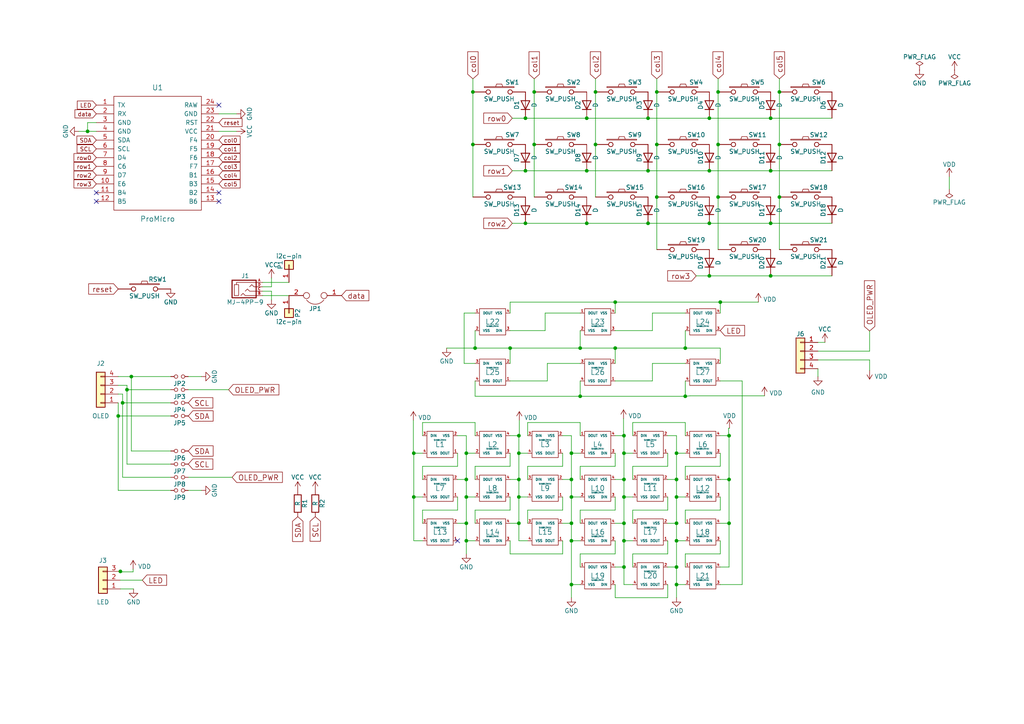
<source format=kicad_sch>
(kicad_sch (version 20211123) (generator eeschema)
  (paper "A4")
  (title_block (title "Corne Chocolate") (date "2018-11-16") (rev "2.0") (company "foostan"))
  (junction (at 172.72 41.91))
  (junction (at 170.18 49.53))
  (junction (at 180.975 139.065))
  (junction (at 211.455 126.365))
  (junction (at 150.495 131.445))
  (junction (at 165.735 169.545))
  (junction (at 190.5 26.67))
  (junction (at 152.4 49.53))
  (junction (at 198.755 100.965))
  (junction (at 208.915 87.63))
  (junction (at 187.96 64.77))
  (junction (at 223.52 34.29))
  (junction (at 135.255 131.445))
  (junction (at 178.435 87.63))
  (junction (at 180.975 144.145))
  (junction (at 135.255 151.765))
  (junction (at 170.18 64.77))
  (junction (at 226.06 57.15))
  (junction (at 208.28 41.91))
  (junction (at 165.735 156.845))
  (junction (at 198.755 114.935))
  (junction (at 135.255 144.145))
  (junction (at 25.4 38.1))
  (junction (at 165.735 144.145))
  (junction (at 35.56 116.84))
  (junction (at 137.795 100.965))
  (junction (at 187.96 34.29))
  (junction (at 208.28 26.67))
  (junction (at 120.015 131.445))
  (junction (at 147.955 100.965))
  (junction (at 135.255 156.845))
  (junction (at 196.215 151.765))
  (junction (at 205.74 80.01))
  (junction (at 208.28 57.15))
  (junction (at 180.975 126.365))
  (junction (at 150.495 151.765))
  (junction (at 180.975 164.465))
  (junction (at 205.74 49.53))
  (junction (at 226.06 26.67))
  (junction (at 196.215 169.545))
  (junction (at 223.52 80.01))
  (junction (at 34.925 165.735))
  (junction (at 152.4 64.77))
  (junction (at 178.435 100.965))
  (junction (at 137.16 41.91))
  (junction (at 135.255 139.065))
  (junction (at 152.4 34.29))
  (junction (at 196.215 144.145))
  (junction (at 165.735 131.445))
  (junction (at 187.96 49.53))
  (junction (at 205.74 64.77))
  (junction (at 205.74 34.29))
  (junction (at 168.275 114.935))
  (junction (at 154.94 41.91))
  (junction (at 196.215 164.465))
  (junction (at 38.1 109.22))
  (junction (at 211.455 139.065))
  (junction (at 226.06 41.91))
  (junction (at 137.16 26.67))
  (junction (at 165.735 151.765))
  (junction (at 196.215 139.065))
  (junction (at 168.275 100.965))
  (junction (at 34.29 120.65))
  (junction (at 154.94 26.67))
  (junction (at 170.18 34.29))
  (junction (at 223.52 64.77))
  (junction (at 150.495 144.145))
  (junction (at 196.215 156.845))
  (junction (at 150.495 126.365))
  (junction (at 150.495 139.065))
  (junction (at 190.5 57.15))
  (junction (at 120.015 144.145))
  (junction (at 180.975 151.765))
  (junction (at 196.215 131.445))
  (junction (at 223.52 49.53))
  (junction (at 36.83 113.03))
  (junction (at 180.975 156.845))
  (junction (at 211.455 151.765))
  (junction (at 190.5 41.91))
  (junction (at 165.735 139.065))
  (junction (at 180.975 131.445))
  (junction (at 172.72 26.67))
  (no_connect (at 63.5 55.88))
  (no_connect (at 27.94 55.88))
  (no_connect (at 63.5 30.48))
  (no_connect (at 63.5 58.42))
  (no_connect (at 132.715 156.845))
  (no_connect (at 27.94 58.42))
  (wire (pts (xy 193.675 151.765) (xy 196.215 151.765)))
  (wire (pts (xy 178.435 139.065) (xy 180.975 139.065)))
  (wire (pts (xy 152.4 64.77) (xy 170.18 64.77)))
  (wire (pts (xy 165.735 139.065) (xy 165.735 144.145)))
  (wire (pts (xy 226.06 26.67) (xy 226.06 41.91)))
  (wire (pts (xy 150.495 144.145) (xy 150.495 151.765)))
  (wire (pts (xy 198.755 160.655) (xy 208.915 160.655)))
  (wire (pts (xy 211.328 124.206) (xy 211.582 124.206)))
  (wire (pts (xy 211.455 151.765) (xy 211.455 164.465)))
  (wire (pts (xy 189.23 105.41) (xy 198.755 105.41)))
  (wire (pts (xy 211.328 125.476) (xy 211.328 124.206)))
  (wire (pts (xy 120.015 156.845) (xy 122.555 156.845)))
  (wire (pts (xy 208.915 90.805) (xy 208.915 87.63)))
  (wire (pts (xy 38.1 109.22) (xy 38.1 130.81)))
  (wire (pts (xy 226.06 41.91) (xy 226.06 57.15)))
  (wire (pts (xy 168.275 122.555) (xy 153.035 122.555)))
  (wire (pts (xy 187.96 64.77) (xy 205.74 64.77)))
  (wire (pts (xy 54.61 109.22) (xy 58.42 109.22)))
  (wire (pts (xy 163.195 156.845) (xy 163.195 160.655)))
  (wire (pts (xy 34.29 109.22) (xy 38.1 109.22)))
  (wire (pts (xy 49.53 116.84) (xy 35.56 116.84)))
  (wire (pts (xy 152.4 34.29) (xy 170.18 34.29)))
  (wire (pts (xy 170.18 34.29) (xy 187.96 34.29)))
  (wire (pts (xy 163.195 151.765) (xy 165.735 151.765)))
  (wire (pts (xy 208.915 126.365) (xy 211.455 126.365)))
  (wire (pts (xy 170.18 64.77) (xy 187.96 64.77)))
  (wire (pts (xy 27.94 35.56) (xy 25.4 35.56)))
  (wire (pts (xy 135.255 144.145) (xy 135.255 151.765)))
  (wire (pts (xy 153.035 144.145) (xy 150.495 144.145)))
  (wire (pts (xy 147.955 110.49) (xy 158.75 110.49)))
  (wire (pts (xy 180.975 139.065) (xy 180.975 144.145)))
  (wire (pts (xy 190.5 26.67) (xy 190.5 41.91)))
  (wire (pts (xy 135.255 126.365) (xy 135.255 131.445)))
  (wire (pts (xy 163.195 147.955) (xy 163.195 144.145)))
  (wire (pts (xy 137.16 41.91) (xy 137.16 57.15)))
  (wire (pts (xy 180.975 169.545) (xy 183.515 169.545)))
  (wire (pts (xy 178.435 100.965) (xy 198.755 100.965)))
  (wire (pts (xy 63.5 33.02) (xy 68.58 33.02)))
  (wire (pts (xy 137.795 131.445) (xy 135.255 131.445)))
  (wire (pts (xy 196.215 164.465) (xy 196.215 169.545)))
  (wire (pts (xy 193.675 169.545) (xy 193.675 173.355)))
  (wire (pts (xy 183.515 160.655) (xy 193.675 160.655)))
  (wire (pts (xy 168.275 135.255) (xy 178.435 135.255)))
  (wire (pts (xy 211.455 126.365) (xy 211.455 139.065)))
  (wire (pts (xy 168.275 160.655) (xy 178.435 160.655)))
  (wire (pts (xy 170.18 49.53) (xy 187.96 49.53)))
  (wire (pts (xy 35.56 138.43) (xy 49.53 138.43)))
  (wire (pts (xy 183.515 139.065) (xy 183.515 135.255)))
  (wire (pts (xy 215.265 110.49) (xy 215.265 169.545)))
  (wire (pts (xy 76.2 83.185) (xy 78.74 83.185)))
  (wire (pts (xy 153.035 151.765) (xy 153.035 147.955)))
  (wire (pts (xy 180.975 156.845) (xy 183.515 156.845)))
  (wire (pts (xy 180.975 131.445) (xy 183.515 131.445)))
  (wire (pts (xy 147.955 105.41) (xy 147.955 100.965)))
  (wire (pts (xy 137.795 147.955) (xy 147.955 147.955)))
  (wire (pts (xy 137.795 90.805) (xy 134.62 90.805)))
  (wire (pts (xy 34.925 168.275) (xy 41.275 168.275)))
  (wire (pts (xy 208.28 26.67) (xy 208.28 41.91)))
  (wire (pts (xy 49.53 113.03) (xy 36.83 113.03)))
  (wire (pts (xy 137.795 110.49) (xy 137.795 114.935)))
  (wire (pts (xy 168.275 139.065) (xy 168.275 135.255)))
  (wire (pts (xy 168.275 126.365) (xy 168.275 122.555)))
  (wire (pts (xy 119.888 130.81) (xy 120.015 131.445)))
  (wire (pts (xy 211.455 164.465) (xy 208.915 164.465)))
  (wire (pts (xy 132.715 151.765) (xy 135.255 151.765)))
  (wire (pts (xy 208.915 87.63) (xy 219.964 87.63)))
  (wire (pts (xy 208.915 139.065) (xy 211.455 139.065)))
  (wire (pts (xy 49.53 120.65) (xy 34.29 120.65)))
  (wire (pts (xy 168.275 90.805) (xy 158.115 90.805)))
  (wire (pts (xy 137.16 26.67) (xy 137.16 41.91)))
  (wire (pts (xy 189.23 95.885) (xy 178.435 95.885)))
  (wire (pts (xy 223.52 49.53) (xy 241.3 49.53)))
  (wire (pts (xy 168.275 95.885) (xy 168.275 100.965)))
  (wire (pts (xy 193.675 139.065) (xy 196.215 139.065)))
  (wire (pts (xy 178.435 160.655) (xy 178.435 156.845)))
  (wire (pts (xy 193.675 147.955) (xy 193.675 144.145)))
  (wire (pts (xy 223.52 80.01) (xy 241.3 80.01)))
  (wire (pts (xy 183.515 164.465) (xy 183.515 160.655)))
  (wire (pts (xy 193.675 135.255) (xy 193.675 131.445)))
  (wire (pts (xy 168.275 151.765) (xy 168.275 147.955)))
  (wire (pts (xy 237.236 99.314) (xy 239.268 99.314)))
  (wire (pts (xy 165.735 151.765) (xy 165.735 156.845)))
  (wire (pts (xy 147.955 139.065) (xy 150.495 139.065)))
  (wire (pts (xy 154.94 22.86) (xy 154.94 26.67)))
  (wire (pts (xy 198.755 147.955) (xy 208.915 147.955)))
  (wire (pts (xy 153.035 147.955) (xy 163.195 147.955)))
  (wire (pts (xy 178.435 147.955) (xy 178.435 144.145)))
  (wire (pts (xy 168.275 156.845) (xy 165.735 156.845)))
  (wire (pts (xy 147.955 135.255) (xy 147.955 131.445)))
  (wire (pts (xy 208.28 22.86) (xy 208.28 26.67)))
  (wire (pts (xy 132.715 147.955) (xy 132.715 144.145)))
  (wire (pts (xy 137.795 144.145) (xy 135.255 144.145)))
  (wire (pts (xy 205.74 34.29) (xy 223.52 34.29)))
  (wire (pts (xy 205.74 64.77) (xy 223.52 64.77)))
  (wire (pts (xy 163.195 139.065) (xy 165.735 139.065)))
  (wire (pts (xy 168.275 131.445) (xy 165.735 131.445)))
  (wire (pts (xy 36.83 111.76) (xy 36.83 113.03)))
  (wire (pts (xy 201.93 80.01) (xy 205.74 80.01)))
  (wire (pts (xy 180.975 144.145) (xy 183.515 144.145)))
  (wire (pts (xy 122.555 122.555) (xy 122.555 126.365)))
  (wire (pts (xy 198.755 156.845) (xy 196.215 156.845)))
  (wire (pts (xy 178.435 151.765) (xy 180.975 151.765)))
  (wire (pts (xy 54.61 142.24) (xy 58.42 142.24)))
  (wire (pts (xy 148.59 34.29) (xy 152.4 34.29)))
  (wire (pts (xy 211.328 125.476) (xy 211.455 126.365)))
  (wire (pts (xy 193.675 173.355) (xy 178.435 173.355)))
  (wire (pts (xy 150.495 131.445) (xy 150.495 139.065)))
  (wire (pts (xy 34.925 170.815) (xy 38.735 170.815)))
  (wire (pts (xy 78.74 84.455) (xy 78.74 86.995)))
  (wire (pts (xy 122.555 151.765) (xy 122.555 147.955)))
  (wire (pts (xy 132.715 126.365) (xy 135.255 126.365)))
  (wire (pts (xy 158.115 90.805) (xy 158.115 95.885)))
  (wire (pts (xy 198.755 151.765) (xy 198.755 147.955)))
  (wire (pts (xy 165.735 156.845) (xy 165.735 169.545)))
  (wire (pts (xy 178.435 126.365) (xy 180.975 126.365)))
  (wire (pts (xy 172.72 41.91) (xy 172.72 57.15)))
  (wire (pts (xy 163.195 160.655) (xy 147.955 160.655)))
  (wire (pts (xy 180.848 121.412) (xy 180.848 125.222)))
  (wire (pts (xy 178.435 110.49) (xy 189.23 110.49)))
  (wire (pts (xy 198.755 90.805) (xy 189.23 90.805)))
  (wire (pts (xy 193.675 160.655) (xy 193.675 156.845)))
  (wire (pts (xy 168.275 169.545) (xy 165.735 169.545)))
  (wire (pts (xy 205.74 80.01) (xy 223.52 80.01)))
  (wire (pts (xy 165.735 169.545) (xy 165.735 173.355)))
  (wire (pts (xy 122.555 131.445) (xy 120.015 131.445)))
  (wire (pts (xy 147.955 90.805) (xy 147.955 87.63)))
  (wire (pts (xy 226.06 22.86) (xy 226.06 26.67)))
  (wire (pts (xy 36.83 134.62) (xy 49.53 134.62)))
  (wire (pts (xy 76.2 84.455) (xy 78.74 84.455)))
  (wire (pts (xy 208.915 100.965) (xy 208.915 105.41)))
  (wire (pts (xy 34.798 165.862) (xy 34.925 165.735)))
  (wire (pts (xy 193.675 126.365) (xy 196.215 126.365)))
  (wire (pts (xy 198.755 144.145) (xy 196.215 144.145)))
  (wire (pts (xy 211.455 139.065) (xy 211.455 151.765)))
  (wire (pts (xy 208.915 110.49) (xy 215.265 110.49)))
  (wire (pts (xy 63.5 38.1) (xy 68.58 38.1)))
  (wire (pts (xy 183.515 151.765) (xy 183.515 147.955)))
  (wire (pts (xy 190.5 41.91) (xy 190.5 57.15)))
  (wire (pts (xy 165.735 144.145) (xy 165.735 151.765)))
  (wire (pts (xy 198.755 110.49) (xy 198.755 114.935)))
  (wire (pts (xy 190.5 22.86) (xy 190.5 26.67)))
  (wire (pts (xy 34.29 120.65) (xy 34.29 142.24)))
  (wire (pts (xy 122.555 139.065) (xy 122.555 135.255)))
  (wire (pts (xy 147.955 87.63) (xy 178.435 87.63)))
  (wire (pts (xy 198.755 100.965) (xy 208.915 100.965)))
  (wire (pts (xy 165.735 126.365) (xy 165.735 131.445)))
  (wire (pts (xy 135.255 131.445) (xy 135.255 139.065)))
  (wire (pts (xy 163.195 126.365) (xy 165.735 126.365)))
  (wire (pts (xy 137.795 114.935) (xy 168.275 114.935)))
  (wire (pts (xy 38.608 165.862) (xy 38.608 165.1)))
  (wire (pts (xy 172.72 22.86) (xy 172.72 26.67)))
  (wire (pts (xy 252.222 104.394) (xy 252.222 107.442)))
  (wire (pts (xy 147.955 126.365) (xy 150.495 126.365)))
  (wire (pts (xy 187.96 49.53) (xy 205.74 49.53)))
  (wire (pts (xy 208.915 135.255) (xy 208.915 131.445)))
  (wire (pts (xy 135.255 156.845) (xy 135.255 160.655)))
  (wire (pts (xy 137.16 22.86) (xy 137.16 26.67)))
  (wire (pts (xy 158.75 105.41) (xy 168.275 105.41)))
  (wire (pts (xy 122.555 135.255) (xy 132.715 135.255)))
  (wire (pts (xy 137.795 135.255) (xy 147.955 135.255)))
  (wire (pts (xy 25.4 38.1) (xy 27.94 38.1)))
  (wire (pts (xy 153.035 131.445) (xy 150.495 131.445)))
  (wire (pts (xy 178.435 90.805) (xy 178.435 87.63)))
  (wire (pts (xy 223.52 64.77) (xy 241.3 64.77)))
  (wire (pts (xy 237.236 101.854) (xy 252.222 101.854)))
  (wire (pts (xy 137.795 126.365) (xy 137.795 122.555)))
  (wire (pts (xy 135.255 139.065) (xy 135.255 144.145)))
  (wire (pts (xy 196.215 151.765) (xy 196.215 156.845)))
  (wire (pts (xy 163.195 135.255) (xy 163.195 131.445)))
  (wire (pts (xy 237.236 104.394) (xy 252.222 104.394)))
  (wire (pts (xy 122.555 144.145) (xy 120.015 144.145)))
  (wire (pts (xy 180.975 151.765) (xy 180.975 156.845)))
  (wire (pts (xy 178.435 105.41) (xy 178.435 100.965)))
  (wire (pts (xy 25.4 35.56) (xy 25.4 38.1)))
  (wire (pts (xy 34.29 142.24) (xy 49.53 142.24)))
  (wire (pts (xy 198.755 139.065) (xy 198.755 135.255)))
  (wire (pts (xy 189.23 90.805) (xy 189.23 95.885)))
  (wire (pts (xy 150.622 121.92) (xy 150.622 125.73)))
  (wire (pts (xy 158.75 110.49) (xy 158.75 105.41)))
  (wire (pts (xy 189.23 110.49) (xy 189.23 105.41)))
  (wire (pts (xy 38.1 130.81) (xy 49.53 130.81)))
  (wire (pts (xy 78.74 83.185) (xy 78.74 80.645)))
  (wire (pts (xy 208.915 160.655) (xy 208.915 156.845)))
  (wire (pts (xy 22.86 38.1) (xy 25.4 38.1)))
  (wire (pts (xy 35.56 116.84) (xy 35.56 138.43)))
  (wire (pts (xy 150.495 151.765) (xy 150.495 156.845)))
  (wire (pts (xy 36.83 113.03) (xy 36.83 134.62)))
  (wire (pts (xy 150.495 126.365) (xy 150.495 131.445)))
  (wire (pts (xy 215.265 169.545) (xy 208.915 169.545)))
  (wire (pts (xy 196.215 131.445) (xy 196.215 139.065)))
  (wire (pts (xy 208.28 57.15) (xy 208.28 72.39)))
  (wire (pts (xy 122.555 147.955) (xy 132.715 147.955)))
  (wire (pts (xy 200.152 114.808) (xy 198.755 114.935)))
  (wire (pts (xy 148.59 49.53) (xy 152.4 49.53)))
  (wire (pts (xy 196.215 139.065) (xy 196.215 144.145)))
  (wire (pts (xy 148.59 64.77) (xy 152.4 64.77)))
  (wire (pts (xy 180.975 164.465) (xy 180.975 169.545)))
  (wire (pts (xy 137.795 156.845) (xy 135.255 156.845)))
  (wire (pts (xy 168.275 114.935) (xy 198.755 114.935)))
  (wire (pts (xy 178.435 173.355) (xy 178.435 169.545)))
  (wire (pts (xy 198.755 95.885) (xy 198.755 100.965)))
  (wire (pts (xy 132.715 139.065) (xy 135.255 139.065)))
  (wire (pts (xy 168.275 147.955) (xy 178.435 147.955)))
  (wire (pts (xy 208.28 41.91) (xy 208.28 57.15)))
  (wire (pts (xy 180.975 126.365) (xy 180.975 131.445)))
  (wire (pts (xy 178.435 87.63) (xy 208.915 87.63)))
  (wire (pts (xy 168.275 164.465) (xy 168.275 160.655)))
  (wire (pts (xy 152.4 49.53) (xy 170.18 49.53)))
  (wire (pts (xy 150.495 156.845) (xy 153.035 156.845)))
  (wire (pts (xy 198.755 122.555) (xy 183.515 122.555)))
  (wire (pts (xy 275.336 51.308) (xy 275.336 54.864)))
  (wire (pts (xy 137.795 95.885) (xy 137.795 100.965)))
  (wire (pts (xy 34.29 111.76) (xy 36.83 111.76)))
  (wire (pts (xy 168.275 110.49) (xy 168.275 114.935)))
  (wire (pts (xy 180.975 156.845) (xy 180.975 164.465)))
  (wire (pts (xy 158.115 95.885) (xy 147.955 95.885)))
  (wire (pts (xy 134.62 105.41) (xy 137.795 105.41)))
  (wire (pts (xy 180.848 125.222) (xy 180.975 126.365)))
  (wire (pts (xy 34.29 116.84) (xy 34.29 120.65)))
  (wire (pts (xy 178.435 164.465) (xy 180.975 164.465)))
  (wire (pts (xy 226.06 57.15) (xy 226.06 72.39)))
  (wire (pts (xy 193.675 164.465) (xy 196.215 164.465)))
  (wire (pts (xy 147.955 151.765) (xy 150.495 151.765)))
  (wire (pts (xy 183.515 122.555) (xy 183.515 126.365)))
  (wire (pts (xy 153.035 135.255) (xy 163.195 135.255)))
  (wire (pts (xy 183.515 135.255) (xy 193.675 135.255)))
  (wire (pts (xy 132.715 135.255) (xy 132.715 131.445)))
  (wire (pts (xy 223.52 34.29) (xy 241.3 34.29)))
  (wire (pts (xy 198.755 135.255) (xy 208.915 135.255)))
  (wire (pts (xy 178.435 135.255) (xy 178.435 131.445)))
  (wire (pts (xy 34.29 114.3) (xy 35.56 114.3)))
  (wire (pts (xy 135.255 151.765) (xy 135.255 156.845)))
  (wire (pts (xy 205.74 49.53) (xy 223.52 49.53)))
  (wire (pts (xy 196.215 156.845) (xy 196.215 164.465)))
  (wire (pts (xy 129.54 100.965) (xy 137.795 100.965)))
  (wire (pts (xy 54.61 138.43) (xy 67.31 138.43)))
  (wire (pts (xy 154.94 41.91) (xy 154.94 57.15)))
  (wire (pts (xy 198.755 126.365) (xy 198.755 122.555)))
  (wire (pts (xy 196.215 144.145) (xy 196.215 151.765)))
  (wire (pts (xy 120.015 131.445) (xy 120.015 144.145)))
  (wire (pts (xy 237.236 106.934) (xy 237.236 109.22)))
  (wire (pts (xy 34.798 165.862) (xy 38.608 165.862)))
  (wire (pts (xy 137.795 151.765) (xy 137.795 147.955)))
  (wire (pts (xy 183.515 147.955) (xy 193.675 147.955)))
  (wire (pts (xy 172.72 26.67) (xy 172.72 41.91)))
  (wire (pts (xy 200.152 114.808) (xy 221.742 114.808)))
  (wire (pts (xy 196.215 169.545) (xy 196.215 173.355)))
  (wire (pts (xy 147.955 160.655) (xy 147.955 156.845)))
  (wire (pts (xy 165.735 131.445) (xy 165.735 139.065)))
  (wire (pts (xy 150.495 139.065) (xy 150.495 144.145)))
  (wire (pts (xy 153.035 122.555) (xy 153.035 126.365)))
  (wire (pts (xy 76.2 85.725) (xy 83.82 85.725)))
  (wire (pts (xy 120.015 144.145) (xy 120.015 156.845)))
  (wire (pts (xy 180.975 144.145) (xy 180.975 151.765)))
  (wire (pts (xy 252.222 96.012) (xy 252.222 101.854)))
  (wire (pts (xy 187.96 34.29) (xy 205.74 34.29)))
  (wire (pts (xy 168.275 100.965) (xy 178.435 100.965)))
  (wire (pts (xy 137.795 139.065) (xy 137.795 135.255)))
  (wire (pts (xy 35.56 114.3) (xy 35.56 116.84)))
  (wire (pts (xy 208.915 147.955) (xy 208.915 144.145)))
  (wire (pts (xy 198.755 131.445) (xy 196.215 131.445)))
  (wire (pts (xy 38.1 109.22) (xy 49.53 109.22)))
  (wire (pts (xy 198.755 164.465) (xy 198.755 160.655)))
  (wire (pts (xy 196.215 126.365) (xy 196.215 131.445)))
  (wire (pts (xy 119.888 121.92) (xy 119.888 130.81)))
  (wire (pts (xy 150.622 125.73) (xy 150.495 126.365)))
  (wire (pts (xy 134.62 90.805) (xy 134.62 105.41)))
  (wire (pts (xy 190.5 57.15) (xy 190.5 72.39)))
  (wire (pts (xy 198.755 169.545) (xy 196.215 169.545)))
  (wire (pts (xy 76.2 81.915) (xy 83.82 81.915)))
  (wire (pts (xy 208.915 151.765) (xy 211.455 151.765)))
  (wire (pts (xy 180.975 131.445) (xy 180.975 139.065)))
  (wire (pts (xy 168.275 144.145) (xy 165.735 144.145)))
  (wire (pts (xy 153.035 139.065) (xy 153.035 135.255)))
  (wire (pts (xy 147.955 100.965) (xy 168.275 100.965)))
  (wire (pts (xy 154.94 26.67) (xy 154.94 41.91)))
  (wire (pts (xy 137.795 100.965) (xy 147.955 100.965)))
  (wire (pts (xy 137.795 122.555) (xy 122.555 122.555)))
  (wire (pts (xy 147.955 147.955) (xy 147.955 144.145)))
  (wire (pts (xy 54.61 113.03) (xy 66.294 113.03)))
  (global_label "LED" (shape input) (at 208.915 95.885 0) (effects (font (size 1.524 1.524))) (property "Intersheet References" "${INTERSHEET_REFS}" (effects hide)))
  (global_label "SCL" (shape input) (at 27.94 43.18 180) (effects (font (size 1.1938 1.1938))) (property "Intersheet References" "${INTERSHEET_REFS}" (effects hide)))
  (global_label "row1" (shape input) (at 148.59 49.53 180) (effects (font (size 1.524 1.524))) (property "Intersheet References" "${INTERSHEET_REFS}" (effects hide)))
  (global_label "row3" (shape input) (at 201.93 80.01 180) (effects (font (size 1.524 1.524))) (property "Intersheet References" "${INTERSHEET_REFS}" (effects hide)))
  (global_label "col3" (shape input) (at 63.5 48.26 0) (effects (font (size 1.1938 1.1938))) (property "Intersheet References" "${INTERSHEET_REFS}" (effects hide)))
  (global_label "OLED_PWR" (shape input) (at 67.31 138.43 0) (effects (font (size 1.524 1.524))) (property "Intersheet References" "${INTERSHEET_REFS}" (effects hide)))
  (global_label "reset" (shape input) (at 63.5 35.56 0) (effects (font (size 1.1938 1.1938))) (property "Intersheet References" "${INTERSHEET_REFS}" (effects hide)))
  (global_label "col3" (shape input) (at 190.5 22.86 90) (effects (font (size 1.524 1.524))) (property "Intersheet References" "${INTERSHEET_REFS}" (effects hide)))
  (global_label "LED" (shape input) (at 27.94 30.48 180) (effects (font (size 1.1938 1.1938))) (property "Intersheet References" "${INTERSHEET_REFS}" (effects hide)))
  (global_label "LED" (shape input) (at 41.275 168.275 0) (effects (font (size 1.524 1.524))) (property "Intersheet References" "${INTERSHEET_REFS}" (effects hide)))
  (global_label "col0" (shape input) (at 63.5 40.64 0) (effects (font (size 1.1938 1.1938))) (property "Intersheet References" "${INTERSHEET_REFS}" (effects hide)))
  (global_label "col1" (shape input) (at 63.5 43.18 0) (effects (font (size 1.1938 1.1938))) (property "Intersheet References" "${INTERSHEET_REFS}" (effects hide)))
  (global_label "col5" (shape input) (at 226.06 22.86 90) (effects (font (size 1.524 1.524))) (property "Intersheet References" "${INTERSHEET_REFS}" (effects hide)))
  (global_label "SCL" (shape input) (at 54.61 116.84 0) (effects (font (size 1.524 1.524))) (property "Intersheet References" "${INTERSHEET_REFS}" (effects hide)))
  (global_label "col2" (shape input) (at 172.72 22.86 90) (effects (font (size 1.524 1.524))) (property "Intersheet References" "${INTERSHEET_REFS}" (effects hide)))
  (global_label "reset" (shape input) (at 34.29 83.82 180) (effects (font (size 1.524 1.524))) (property "Intersheet References" "${INTERSHEET_REFS}" (effects hide)))
  (global_label "row2" (shape input) (at 27.94 50.8 180) (effects (font (size 1.1938 1.1938))) (property "Intersheet References" "${INTERSHEET_REFS}" (effects hide)))
  (global_label "col0" (shape input) (at 137.16 22.86 90) (effects (font (size 1.524 1.524))) (property "Intersheet References" "${INTERSHEET_REFS}" (effects hide)))
  (global_label "row1" (shape input) (at 27.94 48.26 180) (effects (font (size 1.1938 1.1938))) (property "Intersheet References" "${INTERSHEET_REFS}" (effects hide)))
  (global_label "data" (shape input) (at 99.06 85.725 0) (effects (font (size 1.524 1.524))) (property "Intersheet References" "${INTERSHEET_REFS}" (effects hide)))
  (global_label "row0" (shape input) (at 148.59 34.29 180) (effects (font (size 1.524 1.524))) (property "Intersheet References" "${INTERSHEET_REFS}" (effects hide)))
  (global_label "SDA" (shape input) (at 54.61 120.65 0) (effects (font (size 1.524 1.524))) (property "Intersheet References" "${INTERSHEET_REFS}" (effects hide)))
  (global_label "row0" (shape input) (at 27.94 45.72 180) (effects (font (size 1.1938 1.1938))) (property "Intersheet References" "${INTERSHEET_REFS}" (effects hide)))
  (global_label "SDA" (shape input) (at 54.61 130.81 0) (effects (font (size 1.524 1.524))) (property "Intersheet References" "${INTERSHEET_REFS}" (effects hide)))
  (global_label "col2" (shape input) (at 63.5 45.72 0) (effects (font (size 1.1938 1.1938))) (property "Intersheet References" "${INTERSHEET_REFS}" (effects hide)))
  (global_label "row3" (shape input) (at 27.94 53.34 180) (effects (font (size 1.1938 1.1938))) (property "Intersheet References" "${INTERSHEET_REFS}" (effects hide)))
  (global_label "SCL" (shape input) (at 91.44 149.86 270) (effects (font (size 1.524 1.524))) (property "Intersheet References" "${INTERSHEET_REFS}" (effects hide)))
  (global_label "row2" (shape input) (at 148.59 64.77 180) (effects (font (size 1.524 1.524))) (property "Intersheet References" "${INTERSHEET_REFS}" (effects hide)))
  (global_label "col4" (shape input) (at 208.28 22.86 90) (effects (font (size 1.524 1.524))) (property "Intersheet References" "${INTERSHEET_REFS}" (effects hide)))
  (global_label "col1" (shape input) (at 154.94 22.86 90) (effects (font (size 1.524 1.524))) (property "Intersheet References" "${INTERSHEET_REFS}" (effects hide)))
  (global_label "SDA" (shape input) (at 86.36 149.86 270) (effects (font (size 1.524 1.524))) (property "Intersheet References" "${INTERSHEET_REFS}" (effects hide)))
  (global_label "data" (shape input) (at 27.94 33.02 180) (effects (font (size 1.1938 1.1938))) (property "Intersheet References" "${INTERSHEET_REFS}" (effects hide)))
  (global_label "col5" (shape input) (at 63.5 53.34 0) (effects (font (size 1.1938 1.1938))) (property "Intersheet References" "${INTERSHEET_REFS}" (effects hide)))
  (global_label "SDA" (shape input) (at 27.94 40.64 180) (effects (font (size 1.1938 1.1938))) (property "Intersheet References" "${INTERSHEET_REFS}" (effects hide)))
  (global_label "col4" (shape input) (at 63.5 50.8 0) (effects (font (size 1.1938 1.1938))) (property "Intersheet References" "${INTERSHEET_REFS}" (effects hide)))
  (global_label "SCL" (shape input) (at 54.61 134.62 0) (effects (font (size 1.524 1.524))) (property "Intersheet References" "${INTERSHEET_REFS}" (effects hide)))
  (global_label "OLED_PWR" (shape input) (at 252.222 96.012 90) (effects (font (size 1.524 1.524))) (property "Intersheet References" "${INTERSHEET_REFS}" (effects hide)))
  (global_label "OLED_PWR" (shape input) (at 66.294 113.03 0) (effects (font (size 1.524 1.524))) (property "Intersheet References" "${INTERSHEET_REFS}" (effects hide)))
  (symbol (lib_id "corne-chocolate-rescue:ProMicro-kbd") (at 45.72 49.53 0) (unit 1)
    (property "Reference" "U1" (at 45.72 25.4 0) (effects (font (size 1.524 1.524))))
    (property "Value" "ProMicro" (at 45.72 63.5 0) (effects (font (size 1.524 1.524))))
    (property "Footprint" "kbd:ProMicro_v2" (effects hide))
  )
  (symbol (lib_id "corne-chocolate-rescue:SW_PUSH-kbd") (at 162.56 26.67 0) (unit 1)
    (property "Reference" "SW2" (at 166.37 23.876 0))
    (property "Value" "SW_PUSH" (at 162.56 28.702 0))
    (property "Footprint" "kbd:Choc_Hotswap" (effects hide))
  )
  (symbol (lib_id "Device:D") (at 170.18 30.48 90) (unit 1)
    (property "Reference" "D2" (at 167.64 30.48 0))
    (property "Value" "D" (at 172.72 30.48 0))
    (property "Footprint" "kbd:D3_SMD" (effects hide))
  )
  (symbol (lib_id "corne-chocolate-rescue:SW_PUSH-kbd") (at 180.34 26.67 0) (unit 1)
    (property "Reference" "SW3" (at 184.15 23.876 0))
    (property "Value" "SW_PUSH" (at 180.34 28.702 0))
    (property "Footprint" "kbd:Choc_Hotswap" (effects hide))
  )
  (symbol (lib_id "Device:D") (at 187.96 30.48 90) (unit 1)
    (property "Reference" "D3" (at 185.42 30.48 0))
    (property "Value" "D" (at 190.5 30.48 0))
    (property "Footprint" "kbd:D3_SMD" (effects hide))
  )
  (symbol (lib_id "corne-chocolate-rescue:SW_PUSH-kbd") (at 198.12 26.67 0) (unit 1)
    (property "Reference" "SW4" (at 201.93 23.876 0))
    (property "Value" "SW_PUSH" (at 198.12 28.702 0))
    (property "Footprint" "kbd:Choc_Hotswap" (effects hide))
  )
  (symbol (lib_id "corne-chocolate-rescue:SW_PUSH-kbd") (at 215.9 26.67 0) (unit 1)
    (property "Reference" "SW5" (at 219.71 23.876 0))
    (property "Value" "SW_PUSH" (at 215.9 28.702 0))
    (property "Footprint" "kbd:Choc_Hotswap" (effects hide))
  )
  (symbol (lib_id "corne-chocolate-rescue:SW_PUSH-kbd") (at 233.68 26.67 0) (unit 1)
    (property "Reference" "SW6" (at 237.49 23.876 0))
    (property "Value" "SW_PUSH" (at 233.68 28.702 0))
    (property "Footprint" "kbd:Choc_Hotswap" (effects hide))
  )
  (symbol (lib_id "Device:D") (at 205.74 30.48 90) (unit 1)
    (property "Reference" "D4" (at 203.2 30.48 0))
    (property "Value" "D" (at 208.28 30.48 0))
    (property "Footprint" "kbd:D3_SMD" (effects hide))
  )
  (symbol (lib_id "Device:D") (at 223.52 30.48 90) (unit 1)
    (property "Reference" "D5" (at 220.98 30.48 0))
    (property "Value" "D" (at 226.06 30.48 0))
    (property "Footprint" "kbd:D3_SMD" (effects hide))
  )
  (symbol (lib_id "Device:D") (at 241.3 30.48 90) (unit 1)
    (property "Reference" "D6" (at 238.76 30.48 0))
    (property "Value" "D" (at 243.84 30.48 0))
    (property "Footprint" "kbd:D3_SMD" (effects hide))
  )
  (symbol (lib_id "corne-chocolate-rescue:SW_PUSH-kbd") (at 144.78 26.67 0) (unit 1)
    (property "Reference" "SW1" (at 148.59 23.876 0))
    (property "Value" "SW_PUSH" (at 144.78 28.702 0))
    (property "Footprint" "kbd:Choc_Hotswap" (effects hide))
  )
  (symbol (lib_id "Device:D") (at 152.4 30.48 90) (unit 1)
    (property "Reference" "D1" (at 149.86 30.48 0))
    (property "Value" "D" (at 154.94 30.48 0))
    (property "Footprint" "kbd:D3_SMD" (effects hide))
  )
  (symbol (lib_id "corne-chocolate-rescue:SW_PUSH-kbd") (at 162.56 41.91 0) (unit 1)
    (property "Reference" "SW8" (at 166.37 39.116 0))
    (property "Value" "SW_PUSH" (at 162.56 43.942 0))
    (property "Footprint" "kbd:Choc_Hotswap" (effects hide))
  )
  (symbol (lib_id "Device:D") (at 170.18 45.72 90) (unit 1)
    (property "Reference" "D8" (at 167.64 45.72 0))
    (property "Value" "D" (at 172.72 45.72 0))
    (property "Footprint" "kbd:D3_SMD" (effects hide))
  )
  (symbol (lib_id "corne-chocolate-rescue:SW_PUSH-kbd") (at 180.34 41.91 0) (unit 1)
    (property "Reference" "SW9" (at 184.15 39.116 0))
    (property "Value" "SW_PUSH" (at 180.34 43.942 0))
    (property "Footprint" "kbd:Choc_Hotswap" (effects hide))
  )
  (symbol (lib_id "Device:D") (at 187.96 45.72 90) (unit 1)
    (property "Reference" "D9" (at 185.42 45.72 0))
    (property "Value" "D" (at 190.5 45.72 0))
    (property "Footprint" "kbd:D3_SMD" (effects hide))
  )
  (symbol (lib_id "corne-chocolate-rescue:SW_PUSH-kbd") (at 198.12 41.91 0) (unit 1)
    (property "Reference" "SW10" (at 201.93 39.116 0))
    (property "Value" "SW_PUSH" (at 198.12 43.942 0))
    (property "Footprint" "kbd:Choc_Hotswap" (effects hide))
  )
  (symbol (lib_id "corne-chocolate-rescue:SW_PUSH-kbd") (at 215.9 41.91 0) (unit 1)
    (property "Reference" "SW11" (at 219.71 39.116 0))
    (property "Value" "SW_PUSH" (at 215.9 43.942 0))
    (property "Footprint" "kbd:Choc_Hotswap" (effects hide))
  )
  (symbol (lib_id "corne-chocolate-rescue:SW_PUSH-kbd") (at 233.68 41.91 0) (unit 1)
    (property "Reference" "SW12" (at 237.49 39.116 0))
    (property "Value" "SW_PUSH" (at 233.68 43.942 0))
    (property "Footprint" "kbd:Choc_Hotswap" (effects hide))
  )
  (symbol (lib_id "Device:D") (at 205.74 45.72 90) (unit 1)
    (property "Reference" "D10" (at 203.2 45.72 0))
    (property "Value" "D" (at 208.28 45.72 0))
    (property "Footprint" "kbd:D3_SMD" (effects hide))
  )
  (symbol (lib_id "Device:D") (at 223.52 45.72 90) (unit 1)
    (property "Reference" "D11" (at 220.98 45.72 0))
    (property "Value" "D" (at 226.06 45.72 0))
    (property "Footprint" "kbd:D3_SMD" (effects hide))
  )
  (symbol (lib_id "Device:D") (at 241.3 45.72 90) (unit 1)
    (property "Reference" "D12" (at 238.76 45.72 0))
    (property "Value" "D" (at 243.84 45.72 0))
    (property "Footprint" "kbd:D3_SMD" (effects hide))
  )
  (symbol (lib_id "corne-chocolate-rescue:SW_PUSH-kbd") (at 144.78 41.91 0) (unit 1)
    (property "Reference" "SW7" (at 148.59 39.116 0))
    (property "Value" "SW_PUSH" (at 144.78 43.942 0))
    (property "Footprint" "kbd:Choc_Hotswap" (effects hide))
  )
  (symbol (lib_id "Device:D") (at 152.4 45.72 90) (unit 1)
    (property "Reference" "D7" (at 149.86 45.72 0))
    (property "Value" "D" (at 154.94 45.72 0))
    (property "Footprint" "kbd:D3_SMD" (effects hide))
  )
  (symbol (lib_id "corne-chocolate-rescue:SW_PUSH-kbd") (at 162.56 57.15 0) (unit 1)
    (property "Reference" "SW14" (at 166.37 54.356 0))
    (property "Value" "SW_PUSH" (at 162.56 59.182 0))
    (property "Footprint" "kbd:Choc_Hotswap" (effects hide))
  )
  (symbol (lib_id "Device:D") (at 170.18 60.96 90) (unit 1)
    (property "Reference" "D14" (at 167.64 60.96 0))
    (property "Value" "D" (at 172.72 60.96 0))
    (property "Footprint" "kbd:D3_SMD" (effects hide))
  )
  (symbol (lib_id "corne-chocolate-rescue:SW_PUSH-kbd") (at 180.34 57.15 0) (unit 1)
    (property "Reference" "SW15" (at 184.15 54.356 0))
    (property "Value" "SW_PUSH" (at 180.34 59.182 0))
    (property "Footprint" "kbd:Choc_Hotswap" (effects hide))
  )
  (symbol (lib_id "Device:D") (at 187.96 60.96 90) (unit 1)
    (property "Reference" "D15" (at 185.42 60.96 0))
    (property "Value" "D" (at 190.5 60.96 0))
    (property "Footprint" "kbd:D3_SMD" (effects hide))
  )
  (symbol (lib_id "corne-chocolate-rescue:SW_PUSH-kbd") (at 198.12 57.15 0) (unit 1)
    (property "Reference" "SW16" (at 201.93 54.356 0))
    (property "Value" "SW_PUSH" (at 198.12 59.182 0))
    (property "Footprint" "kbd:Choc_Hotswap" (effects hide))
  )
  (symbol (lib_id "corne-chocolate-rescue:SW_PUSH-kbd") (at 215.9 57.15 0) (unit 1)
    (property "Reference" "SW17" (at 219.71 54.356 0))
    (property "Value" "SW_PUSH" (at 215.9 59.182 0))
    (property "Footprint" "kbd:Choc_Hotswap" (effects hide))
  )
  (symbol (lib_id "corne-chocolate-rescue:SW_PUSH-kbd") (at 233.68 57.15 0) (unit 1)
    (property "Reference" "SW18" (at 237.49 54.356 0))
    (property "Value" "SW_PUSH" (at 233.68 59.182 0))
    (property "Footprint" "kbd:Choc_Hotswap" (effects hide))
  )
  (symbol (lib_id "Device:D") (at 205.74 60.96 90) (unit 1)
    (property "Reference" "D16" (at 203.2 60.96 0))
    (property "Value" "D" (at 208.28 60.96 0))
    (property "Footprint" "kbd:D3_SMD" (effects hide))
  )
  (symbol (lib_id "Device:D") (at 223.52 60.96 90) (unit 1)
    (property "Reference" "D17" (at 220.98 60.96 0))
    (property "Value" "D" (at 226.06 60.96 0))
    (property "Footprint" "kbd:D3_SMD" (effects hide))
  )
  (symbol (lib_id "Device:D") (at 241.3 60.96 90) (unit 1)
    (property "Reference" "D18" (at 238.76 60.96 0))
    (property "Value" "D" (at 243.84 60.96 0))
    (property "Footprint" "kbd:D3_SMD" (effects hide))
  )
  (symbol (lib_id "corne-chocolate-rescue:SW_PUSH-kbd") (at 144.78 57.15 0) (unit 1)
    (property "Reference" "SW13" (at 148.59 54.356 0))
    (property "Value" "SW_PUSH" (at 144.78 59.182 0))
    (property "Footprint" "kbd:Choc_Hotswap" (effects hide))
  )
  (symbol (lib_id "Device:D") (at 152.4 60.96 90) (unit 1)
    (property "Reference" "D13" (at 149.86 60.96 0))
    (property "Value" "D" (at 154.94 60.96 0))
    (property "Footprint" "kbd:D3_SMD" (effects hide))
  )
  (symbol (lib_id "corne-chocolate-rescue:SW_PUSH-kbd") (at 215.9 72.39 0) (unit 1)
    (property "Reference" "SW20" (at 219.71 69.596 0))
    (property "Value" "SW_PUSH" (at 215.9 74.422 0))
    (property "Footprint" "kbd:Choc_Hotswap" (effects hide))
  )
  (symbol (lib_id "Device:D") (at 223.52 76.2 90) (unit 1)
    (property "Reference" "D20" (at 220.98 76.2 0))
    (property "Value" "D" (at 226.06 76.2 0))
    (property "Footprint" "kbd:D3_SMD" (effects hide))
  )
  (symbol (lib_id "corne-chocolate-rescue:SW_PUSH-kbd") (at 233.68 72.39 0) (unit 1)
    (property "Reference" "SW21" (at 237.49 69.596 0))
    (property "Value" "SW_PUSH" (at 233.68 74.422 0))
    (property "Footprint" "kbd:Choc_Hotswap_1.5u" (effects hide))
  )
  (symbol (lib_id "Device:D") (at 241.3 76.2 90) (unit 1)
    (property "Reference" "D21" (at 238.76 76.2 0))
    (property "Value" "D" (at 243.84 76.2 0))
    (property "Footprint" "kbd:D3_SMD" (effects hide))
  )
  (symbol (lib_id "corne-chocolate-rescue:SW_PUSH-kbd") (at 198.12 72.39 0) (unit 1)
    (property "Reference" "SW19" (at 201.93 69.596 0))
    (property "Value" "SW_PUSH" (at 198.12 74.422 0))
    (property "Footprint" "kbd:Choc_Hotswap" (effects hide))
  )
  (symbol (lib_id "Device:D") (at 205.74 76.2 90) (unit 1)
    (property "Reference" "D19" (at 203.2 76.2 0))
    (property "Value" "D" (at 208.28 76.2 0))
    (property "Footprint" "kbd:D3_SMD" (effects hide))
  )
  (symbol (lib_id "power:GND") (at 68.58 33.02 90) (unit 1)
    (property "Reference" "#PWR01" (effects hide))
    (property "Value" "GND" (at 72.39 33.02 0))
  )
  (symbol (lib_id "power:VCC") (at 68.58 38.1 270) (unit 1)
    (property "Reference" "#PWR023" (effects hide))
    (property "Value" "VCC" (at 72.39 38.1 0))
  )
  (symbol (lib_id "power:GND") (at 22.86 38.1 270) (unit 1)
    (property "Reference" "#PWR02" (effects hide))
    (property "Value" "GND" (at 19.05 38.1 0))
  )
  (symbol (lib_id "power:GND") (at 266.7 20.32 0) (unit 1)
    (property "Reference" "#PWR03" (effects hide))
    (property "Value" "GND" (at 266.7 24.13 0))
  )
  (symbol (lib_id "power:VCC") (at 276.86 20.32 0) (unit 1)
    (property "Reference" "#PWR04" (effects hide))
    (property "Value" "VCC" (at 276.86 16.51 0))
  )
  (symbol (lib_id "power:PWR_FLAG") (at 276.86 20.32 180) (unit 1)
    (property "Reference" "#FLG05" (effects hide))
    (property "Value" "PWR_FLAG" (at 276.86 24.13 0))
  )
  (symbol (lib_id "power:PWR_FLAG") (at 266.7 20.32 0) (unit 1)
    (property "Reference" "#FLG06" (effects hide))
    (property "Value" "PWR_FLAG" (at 266.7 16.51 0))
  )
  (symbol (lib_id "corne-chocolate-rescue:SW_PUSH-kbd") (at 41.91 83.82 0) (unit 1)
    (property "Reference" "RSW1" (at 45.72 81.026 0))
    (property "Value" "SW_PUSH" (at 41.91 85.852 0))
    (property "Footprint" "kbd:ResetSW" (effects hide))
  )
  (symbol (lib_id "power:GND") (at 49.53 83.82 0) (unit 1)
    (property "Reference" "#PWR07" (effects hide))
    (property "Value" "GND" (at 49.53 87.63 0))
  )
  (symbol (lib_id "corne-chocolate-rescue:Jumper-Device") (at 91.44 85.725 180) (unit 1)
    (property "Reference" "JP1" (at 91.44 89.535 0))
    (property "Value" " " (at 91.44 83.693 0))
    (property "Footprint" "kbd:JPC2" (effects hide))
  )
  (symbol (lib_id "power:VCC") (at 78.74 80.645 0) (unit 1)
    (property "Reference" "#PWR08" (effects hide))
    (property "Value" "VCC" (at 78.74 76.835 0))
  )
  (symbol (lib_id "power:GND") (at 78.74 86.995 0) (unit 1)
    (property "Reference" "#PWR09" (effects hide))
    (property "Value" "GND" (at 78.74 90.805 0))
  )
  (symbol (lib_id "corne-chocolate-rescue:SK6812MINI-kbd") (at 142.875 128.905 0) (unit 1)
    (property "Reference" "L2" (at 142.875 128.905 0) (effects (font (size 1.4986 1.4986))))
    (property "Value" "SK6812MINI" (at 142.875 130.175 0) (effects (font (size 0.4064 0.4064))))
    (property "Footprint" "kbd:SK6812MINI_rev" (effects hide))
  )
  (symbol (lib_id "corne-chocolate-rescue:SK6812MINI-kbd") (at 158.115 128.905 180) (unit 1)
    (property "Reference" "L3" (at 158.115 128.905 0) (effects (font (size 1.4986 1.4986))))
    (property "Value" "SK6812MINI" (at 158.115 127.635 0) (effects (font (size 0.4064 0.4064))))
    (property "Footprint" "kbd:SK6812MINI_rev" (effects hide))
  )
  (symbol (lib_id "corne-chocolate-rescue:SK6812MINI-kbd") (at 173.355 128.905 0) (unit 1)
    (property "Reference" "L4" (at 173.355 128.905 0) (effects (font (size 1.4986 1.4986))))
    (property "Value" "SK6812MINI" (at 173.355 130.175 0) (effects (font (size 0.4064 0.4064))))
    (property "Footprint" "kbd:SK6812MINI_rev" (effects hide))
  )
  (symbol (lib_id "corne-chocolate-rescue:SK6812MINI-kbd") (at 188.595 128.905 180) (unit 1)
    (property "Reference" "L5" (at 188.595 128.905 0) (effects (font (size 1.4986 1.4986))))
    (property "Value" "SK6812MINI" (at 188.595 127.635 0) (effects (font (size 0.4064 0.4064))))
    (property "Footprint" "kbd:SK6812MINI_rev" (effects hide))
  )
  (symbol (lib_id "corne-chocolate-rescue:SK6812MINI-kbd") (at 203.835 128.905 0) (unit 1)
    (property "Reference" "L6" (at 203.835 128.905 0) (effects (font (size 1.4986 1.4986))))
    (property "Value" "SK6812MINI" (at 203.835 130.175 0) (effects (font (size 0.4064 0.4064))))
    (property "Footprint" "kbd:SK6812MINI_rev" (effects hide))
  )
  (symbol (lib_id "corne-chocolate-rescue:SK6812MINI-kbd") (at 127.635 128.905 180) (unit 1)
    (property "Reference" "L1" (at 127.635 128.905 0) (effects (font (size 1.4986 1.4986))))
    (property "Value" "SK6812MINI" (at 127.635 127.635 0) (effects (font (size 0.4064 0.4064))))
    (property "Footprint" "kbd:SK6812MINI_rev" (effects hide))
  )
  (symbol (lib_id "corne-chocolate-rescue:SK6812MINI-kbd") (at 142.875 141.605 0) (unit 1)
    (property "Reference" "L8" (at 142.875 141.605 0) (effects (font (size 1.4986 1.4986))))
    (property "Value" "SK6812MINI" (at 142.875 142.875 0) (effects (font (size 0.4064 0.4064))))
    (property "Footprint" "kbd:SK6812MINI_rev" (effects hide))
  )
  (symbol (lib_id "corne-chocolate-rescue:SK6812MINI-kbd") (at 158.115 141.605 180) (unit 1)
    (property "Reference" "L9" (at 158.115 141.605 0) (effects (font (size 1.4986 1.4986))))
    (property "Value" "SK6812MINI" (at 158.115 140.335 0) (effects (font (size 0.4064 0.4064))))
    (property "Footprint" "kbd:SK6812MINI_rev" (effects hide))
  )
  (symbol (lib_id "corne-chocolate-rescue:SK6812MINI-kbd") (at 173.355 141.605 0) (unit 1)
    (property "Reference" "L10" (at 173.355 141.605 0) (effects (font (size 1.4986 1.4986))))
    (property "Value" "SK6812MINI" (at 173.355 142.875 0) (effects (font (size 0.4064 0.4064))))
    (property "Footprint" "kbd:SK6812MINI_rev" (effects hide))
  )
  (symbol (lib_id "corne-chocolate-rescue:SK6812MINI-kbd") (at 188.595 141.605 180) (unit 1)
    (property "Reference" "L11" (at 188.595 141.605 0) (effects (font (size 1.4986 1.4986))))
    (property "Value" "SK6812MINI" (at 188.595 140.335 0) (effects (font (size 0.4064 0.4064))))
    (property "Footprint" "kbd:SK6812MINI_rev" (effects hide))
  )
  (symbol (lib_id "corne-chocolate-rescue:SK6812MINI-kbd") (at 203.835 141.605 0) (unit 1)
    (property "Reference" "L12" (at 203.835 141.605 0) (effects (font (size 1.4986 1.4986))))
    (property "Value" "SK6812MINI" (at 203.835 142.875 0) (effects (font (size 0.4064 0.4064))))
    (property "Footprint" "kbd:SK6812MINI_rev" (effects hide))
  )
  (symbol (lib_id "corne-chocolate-rescue:SK6812MINI-kbd") (at 127.635 141.605 180) (unit 1)
    (property "Reference" "L7" (at 127.635 141.605 0) (effects (font (size 1.4986 1.4986))))
    (property "Value" "SK6812MINI" (at 127.635 140.335 0) (effects (font (size 0.4064 0.4064))))
    (property "Footprint" "kbd:SK6812MINI_rev" (effects hide))
  )
  (symbol (lib_id "corne-chocolate-rescue:SK6812MINI-kbd") (at 142.875 154.305 0) (unit 1)
    (property "Reference" "L14" (at 142.875 154.305 0) (effects (font (size 1.4986 1.4986))))
    (property "Value" "SK6812MINI" (at 142.875 155.575 0) (effects (font (size 0.4064 0.4064))))
    (property "Footprint" "kbd:SK6812MINI_rev" (effects hide))
  )
  (symbol (lib_id "corne-chocolate-rescue:SK6812MINI-kbd") (at 158.115 154.305 180) (unit 1)
    (property "Reference" "L15" (at 158.115 154.305 0) (effects (font (size 1.4986 1.4986))))
    (property "Value" "SK6812MINI" (at 158.115 153.035 0) (effects (font (size 0.4064 0.4064))))
    (property "Footprint" "kbd:SK6812MINI_rev" (effects hide))
  )
  (symbol (lib_id "corne-chocolate-rescue:SK6812MINI-kbd") (at 173.355 154.305 0) (unit 1)
    (property "Reference" "L16" (at 173.355 154.305 0) (effects (font (size 1.4986 1.4986))))
    (property "Value" "SK6812MINI" (at 173.355 155.575 0) (effects (font (size 0.4064 0.4064))))
    (property "Footprint" "kbd:SK6812MINI_rev" (effects hide))
  )
  (symbol (lib_id "corne-chocolate-rescue:SK6812MINI-kbd") (at 188.595 154.305 180) (unit 1)
    (property "Reference" "L17" (at 188.595 154.305 0) (effects (font (size 1.4986 1.4986))))
    (property "Value" "SK6812MINI" (at 188.595 153.035 0) (effects (font (size 0.4064 0.4064))))
    (property "Footprint" "kbd:SK6812MINI_rev" (effects hide))
  )
  (symbol (lib_id "corne-chocolate-rescue:SK6812MINI-kbd") (at 203.835 154.305 0) (unit 1)
    (property "Reference" "L18" (at 203.835 154.305 0) (effects (font (size 1.4986 1.4986))))
    (property "Value" "SK6812MINI" (at 203.835 155.575 0) (effects (font (size 0.4064 0.4064))))
    (property "Footprint" "kbd:SK6812MINI_rev" (effects hide))
  )
  (symbol (lib_id "corne-chocolate-rescue:SK6812MINI-kbd") (at 127.635 154.305 180) (unit 1)
    (property "Reference" "L13" (at 127.635 154.305 0) (effects (font (size 1.4986 1.4986))))
    (property "Value" "SK6812MINI" (at 127.635 153.035 0) (effects (font (size 0.4064 0.4064))))
    (property "Footprint" "kbd:SK6812MINI_rev" (effects hide))
  )
  (symbol (lib_id "corne-chocolate-rescue:SK6812MINI-kbd") (at 188.595 167.005 180) (unit 1)
    (property "Reference" "L20" (at 188.595 167.005 0) (effects (font (size 1.4986 1.4986))))
    (property "Value" "SK6812MINI" (at 188.595 165.735 0) (effects (font (size 0.4064 0.4064))))
    (property "Footprint" "kbd:SK6812MINI_rev" (effects hide))
  )
  (symbol (lib_id "corne-chocolate-rescue:SK6812MINI-kbd") (at 203.835 167.005 0) (unit 1)
    (property "Reference" "L21" (at 203.835 167.005 0) (effects (font (size 1.4986 1.4986))))
    (property "Value" "SK6812MINI" (at 203.835 168.275 0) (effects (font (size 0.4064 0.4064))))
    (property "Footprint" "kbd:SK6812MINI_rev" (effects hide))
  )
  (symbol (lib_id "corne-chocolate-rescue:SK6812MINI-kbd") (at 173.355 167.005 0) (unit 1)
    (property "Reference" "L19" (at 173.355 167.005 0) (effects (font (size 1.4986 1.4986))))
    (property "Value" "SK6812MINI" (at 173.355 168.275 0) (effects (font (size 0.4064 0.4064))))
    (property "Footprint" "kbd:SK6812MINI_rev" (effects hide))
  )
  (symbol (lib_id "Connector_Generic:Conn_01x04") (at 29.21 114.3 180) (unit 1)
    (property "Reference" "J2" (at 29.21 105.41 0))
    (property "Value" "OLED" (at 29.21 120.65 0))
    (property "Footprint" "kbd:OLED" (effects hide))
  )
  (symbol (lib_id "corne-chocolate-rescue:Jumper_NO_Small-Device") (at 52.07 109.22 180) (unit 1)
    (property "Reference" "JP2" (at 52.07 111.252 0))
    (property "Value" " " (at 51.816 107.696 0))
    (property "Footprint" "kbd:Jumper" (effects hide))
  )
  (symbol (lib_id "corne-chocolate-rescue:Jumper_NO_Small-Device") (at 52.07 113.03 180) (unit 1)
    (property "Reference" "JP3" (at 52.07 115.062 0))
    (property "Value" " " (at 51.816 111.506 0))
    (property "Footprint" "kbd:Jumper" (effects hide))
  )
  (symbol (lib_id "corne-chocolate-rescue:Jumper_NO_Small-Device") (at 52.07 116.84 180) (unit 1)
    (property "Reference" "JP4" (at 52.07 118.872 0))
    (property "Value" " " (at 51.816 115.316 0))
    (property "Footprint" "kbd:Jumper" (effects hide))
  )
  (symbol (lib_id "corne-chocolate-rescue:Jumper_NO_Small-Device") (at 52.07 120.65 180) (unit 1)
    (property "Reference" "JP5" (at 52.07 122.682 0))
    (property "Value" " " (at 51.816 119.126 0))
    (property "Footprint" "kbd:Jumper" (effects hide))
  )
  (symbol (lib_id "corne-chocolate-rescue:Jumper_NO_Small-Device") (at 52.07 130.81 180) (unit 1)
    (property "Reference" "JP6" (at 52.07 132.842 0))
    (property "Value" " " (at 51.816 129.286 0))
    (property "Footprint" "kbd:Jumper" (effects hide))
  )
  (symbol (lib_id "corne-chocolate-rescue:Jumper_NO_Small-Device") (at 52.07 134.62 180) (unit 1)
    (property "Reference" "JP7" (at 52.07 136.652 0))
    (property "Value" " " (at 51.816 133.096 0))
    (property "Footprint" "kbd:Jumper" (effects hide))
  )
  (symbol (lib_id "corne-chocolate-rescue:Jumper_NO_Small-Device") (at 52.07 138.43 180) (unit 1)
    (property "Reference" "JP8" (at 52.07 140.462 0))
    (property "Value" " " (at 51.816 136.906 0))
    (property "Footprint" "kbd:Jumper" (effects hide))
  )
  (symbol (lib_id "corne-chocolate-rescue:Jumper_NO_Small-Device") (at 52.07 142.24 180) (unit 1)
    (property "Reference" "JP9" (at 52.07 144.272 0))
    (property "Value" " " (at 51.816 140.716 0))
    (property "Footprint" "kbd:Jumper" (effects hide))
  )
  (symbol (lib_id "power:GND") (at 58.42 109.22 90) (unit 1)
    (property "Reference" "#PWR010" (effects hide))
    (property "Value" "GND" (at 62.23 109.22 0))
  )
  (symbol (lib_id "power:GND") (at 58.42 142.24 90) (unit 1)
    (property "Reference" "#PWR011" (effects hide))
    (property "Value" "GND" (at 62.23 142.24 0))
  )
  (symbol (lib_id "power:GND") (at 196.215 173.355 0) (unit 1)
    (property "Reference" "#PWR018" (effects hide))
    (property "Value" "GND" (at 196.215 177.165 0))
  )
  (symbol (lib_id "power:GND") (at 165.735 173.355 0) (unit 1)
    (property "Reference" "#PWR019" (effects hide))
    (property "Value" "GND" (at 165.735 177.165 0))
  )
  (symbol (lib_id "power:GND") (at 135.255 160.655 0) (unit 1)
    (property "Reference" "#PWR020" (effects hide))
    (property "Value" "GND" (at 135.255 164.465 0))
  )
  (symbol (lib_id "Device:R") (at 86.36 146.05 0) (unit 1)
    (property "Reference" "R1" (at 88.392 146.05 90))
    (property "Value" "R" (at 86.36 146.05 90))
    (property "Footprint" "kbd:R" (effects hide))
  )
  (symbol (lib_id "Device:R") (at 91.44 146.05 0) (unit 1)
    (property "Reference" "R2" (at 93.472 146.05 90))
    (property "Value" "R" (at 91.44 146.05 90))
    (property "Footprint" "kbd:R" (effects hide))
  )
  (symbol (lib_id "power:VCC") (at 86.36 142.24 0) (unit 1)
    (property "Reference" "#PWR021" (effects hide))
    (property "Value" "VCC" (at 86.36 138.43 0))
  )
  (symbol (lib_id "power:VCC") (at 91.44 142.24 0) (unit 1)
    (property "Reference" "#PWR022" (effects hide))
    (property "Value" "VCC" (at 91.44 138.43 0))
  )
  (symbol (lib_id "Connector_Generic:Conn_01x03") (at 29.845 168.275 180) (unit 1)
    (property "Reference" "J3" (at 29.845 162.56 0))
    (property "Value" "LED" (at 29.845 174.625 0))
    (property "Footprint" "kbd:StripLED_rev" (effects hide))
  )
  (symbol (lib_id "power:GND") (at 38.735 170.815 0) (unit 1)
    (property "Reference" "#PWR025" (effects hide))
    (property "Value" "GND" (at 38.735 174.625 0))
  )
  (symbol (lib_id "corne-chocolate-rescue:MJ-4PP-9-kbd") (at 71.12 83.82 0) (unit 1)
    (property "Reference" "J1" (at 71.12 80.01 0))
    (property "Value" "MJ-4PP-9" (at 71.12 87.63 0))
    (property "Footprint" "kbd:MJ-4PP-9" (effects hide))
  )
  (symbol (lib_id "Connector_Generic:Conn_01x01") (at 83.82 90.805 270) (unit 1)
    (property "Reference" "P2" (at 86.36 90.805 0))
    (property "Value" "i2c-pin" (at 83.82 93.345 90))
    (property "Footprint" "kbd:1pin_conn" (effects hide))
  )
  (symbol (lib_id "Connector_Generic:Conn_01x01") (at 83.82 76.835 90) (unit 1)
    (property "Reference" "P1" (at 81.28 76.835 0))
    (property "Value" "i2c-pin" (at 83.82 74.295 90))
    (property "Footprint" "kbd:1pin_conn" (effects hide))
  )
  (symbol (lib_name "SK6812MINI-kbd_1") (lib_id "corne-chocolate-rescue:SK6812MINI-kbd") (at 203.835 93.345 0) (unit 1)
    (property "Reference" "L24" (at 203.835 93.345 0) (effects (font (size 1.4986 1.4986))))
    (property "Value" "SK6812MINI" (at 203.835 94.615 0) (effects (font (size 0.4064 0.4064))))
    (property "Footprint" "kbd:SK6812MINI_underglow" (effects hide))
  )
  (symbol (lib_id "corne-chocolate-rescue:SK6812MINI-kbd") (at 173.355 93.345 0) (unit 1)
    (property "Reference" "L23" (at 173.355 93.345 0) (effects (font (size 1.4986 1.4986))))
    (property "Value" "SK6812MINI" (at 173.355 94.615 0) (effects (font (size 0.4064 0.4064))))
    (property "Footprint" "kbd:SK6812MINI_underglow" (effects hide))
  )
  (symbol (lib_id "corne-chocolate-rescue:SK6812MINI-kbd") (at 142.875 93.345 0) (unit 1)
    (property "Reference" "L22" (at 142.875 93.345 0) (effects (font (size 1.4986 1.4986))))
    (property "Value" "SK6812MINI" (at 142.875 94.615 0) (effects (font (size 0.4064 0.4064))))
    (property "Footprint" "kbd:SK6812MINI_underglow" (effects hide))
  )
  (symbol (lib_id "corne-chocolate-rescue:SK6812MINI-kbd") (at 203.835 107.95 180) (unit 1)
    (property "Reference" "L27" (at 203.835 107.95 0) (effects (font (size 1.4986 1.4986))))
    (property "Value" "SK6812MINI" (at 203.835 106.68 0) (effects (font (size 0.4064 0.4064))))
    (property "Footprint" "kbd:SK6812MINI_underglow" (effects hide))
  )
  (symbol (lib_id "corne-chocolate-rescue:SK6812MINI-kbd") (at 173.355 107.95 180) (unit 1)
    (property "Reference" "L26" (at 173.355 107.95 0) (effects (font (size 1.4986 1.4986))))
    (property "Value" "SK6812MINI" (at 173.355 106.68 0) (effects (font (size 0.4064 0.4064))))
    (property "Footprint" "kbd:SK6812MINI_underglow" (effects hide))
  )
  (symbol (lib_id "corne-chocolate-rescue:SK6812MINI-kbd") (at 142.875 107.95 180) (unit 1)
    (property "Reference" "L25" (at 142.875 107.95 0) (effects (font (size 1.4986 1.4986))))
    (property "Value" "SK6812MINI" (at 142.875 106.68 0) (effects (font (size 0.4064 0.4064))))
    (property "Footprint" "kbd:SK6812MINI_underglow" (effects hide))
  )
  (symbol (lib_id "power:GND") (at 129.54 100.965 0) (unit 1)
    (property "Reference" "#PWR028" (effects hide))
    (property "Value" "GND" (at 129.54 104.775 0))
  )
  (symbol (lib_id "power:VDD") (at 150.622 121.92 0) (unit 1)
    (property "Reference" "#PWR0108" (effects hide))
    (property "Value" "VSS" (at 152.019 121.129 0) (effects (justify left)))
  )
  (symbol (lib_id "power:PWR_FLAG") (at 275.336 54.864 180) (unit 1)
    (property "Reference" "#FLG0101" (effects hide))
    (property "Value" "PWR_FLAG" (at 275.336 58.674 0))
  )
  (symbol (lib_id "power:VCC") (at 239.268 99.314 0) (unit 1)
    (property "Reference" "#PWR0101" (effects hide))
    (property "Value" "VCC" (at 239.268 95.504 0))
  )
  (symbol (lib_id "power:VDD") (at 119.888 121.92 0) (unit 1)
    (property "Reference" "#PWR0106" (effects hide))
    (property "Value" "VSS" (at 121.285 121.129 0) (effects (justify left)))
  )
  (symbol (lib_id "power:VDD") (at 219.964 87.63 0) (unit 1)
    (property "Reference" "#PWR0104" (effects hide))
    (property "Value" "VSS" (at 221.361 86.839 0) (effects (justify left)))
  )
  (symbol (lib_id "power:VDD") (at 38.608 165.1 0) (unit 1)
    (property "Reference" "#PWR0107" (effects hide))
    (property "Value" "VSS" (at 40.005 164.309 0) (effects (justify left)))
  )
  (symbol (lib_id "power:VDD") (at 221.742 114.808 0) (unit 1)
    (property "Reference" "#PWR0103" (effects hide))
    (property "Value" "VSS" (at 223.139 114.017 0) (effects (justify left)))
  )
  (symbol (lib_id "Connector_Generic:Conn_01x04") (at 232.156 101.854 0) (mirror y) (unit 1)
    (property "Reference" "J6" (at 232.156 96.8525 0))
    (property "Value" "Conn_01x04" (effects hide))
    (property "Footprint" "Allen's Akizukidenshi:JST_SH_SM04B-SRSS-TB_1x04-1MP_P1.00mm_Horizontal-reversible" (effects hide))
  )
  (symbol (lib_id "power:VDD") (at 275.336 51.308 0) (unit 1)
    (property "Reference" "#PWR0102" (effects hide))
    (property "Value" "VSS" (at 275.336 47.7035 0))
  )
  (symbol (lib_id "power:VDD") (at 211.582 124.206 0) (unit 1)
    (property "Reference" "#PWR0110" (effects hide))
    (property "Value" "VSS" (at 211.582 120.6015 0))
  )
  (symbol (lib_id "power:VDD") (at 252.222 107.442 180) (unit 1)
    (property "Reference" "#PWR0105" (effects hide))
    (property "Value" "VSS" (at 253.619 109.191 0) (effects (justify right)))
  )
  (symbol (lib_id "power:GND") (at 237.236 109.22 0) (unit 1)
    (property "Reference" "#PWR05" (effects hide))
    (property "Value" "GND" (at 237.236 113.7825 0))
  )
  (symbol (lib_id "power:VDD") (at 180.848 121.412 0) (unit 1)
    (property "Reference" "#PWR0109" (effects hide))
    (property "Value" "VSS" (at 182.245 120.621 0) (effects (justify left)))
  )
)
</source>
